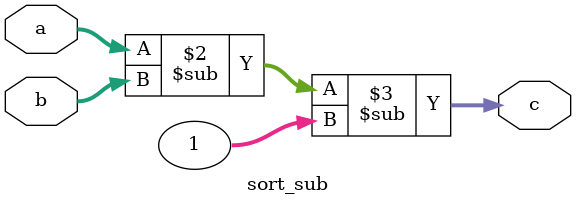
<source format=v>
`timescale 1ns / 1ps


module sort_sub(a, b, c); 

    // Parameter describing the width of N = 32
    parameter DATAWIDTH = 32;

    // Input and output declarations for the reg module
    input [DATAWIDTH-1:0] a, b;
    output reg [DATAWIDTH-1:0] c;

    always @(a, b) begin
        c <= a - b - 1;
    end

endmodule



</source>
